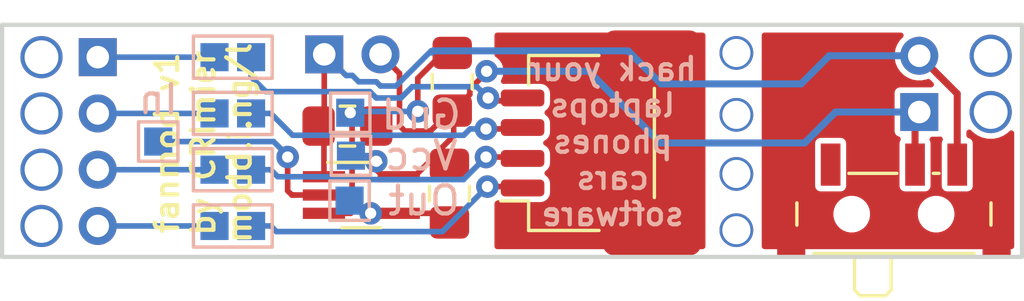
<source format=kicad_pcb>
(kicad_pcb (version 20171130) (host pcbnew 5.1.5+dfsg1-2build2)

  (general
    (thickness 1.6)
    (drawings 10)
    (tracks 130)
    (zones 0)
    (modules 21)
    (nets 17)
  )

  (page A4)
  (layers
    (0 F.Cu signal)
    (31 B.Cu signal)
    (32 B.Adhes user)
    (33 F.Adhes user)
    (34 B.Paste user)
    (35 F.Paste user)
    (36 B.SilkS user)
    (37 F.SilkS user)
    (38 B.Mask user)
    (39 F.Mask user)
    (40 Dwgs.User user)
    (41 Cmts.User user)
    (42 Eco1.User user)
    (43 Eco2.User user)
    (44 Edge.Cuts user)
    (45 Margin user)
    (46 B.CrtYd user hide)
    (47 F.CrtYd user hide)
    (48 B.Fab user hide)
    (49 F.Fab user hide)
  )

  (setup
    (last_trace_width 0.25)
    (user_trace_width 0.2)
    (trace_clearance 0.15)
    (zone_clearance 0.2)
    (zone_45_only no)
    (trace_min 0.2)
    (via_size 0.8)
    (via_drill 0.4)
    (via_min_size 0.4)
    (via_min_drill 0.3)
    (uvia_size 0.3)
    (uvia_drill 0.1)
    (uvias_allowed no)
    (uvia_min_size 0.2)
    (uvia_min_drill 0.1)
    (edge_width 0.15)
    (segment_width 0.2)
    (pcb_text_width 0.3)
    (pcb_text_size 1.5 1.5)
    (mod_edge_width 0.15)
    (mod_text_size 1 1)
    (mod_text_width 0.15)
    (pad_size 1.5 0.35)
    (pad_drill 0)
    (pad_to_mask_clearance 0.051)
    (solder_mask_min_width 0.25)
    (aux_axis_origin 166.75 83.5)
    (visible_elements 7FFFFFFF)
    (pcbplotparams
      (layerselection 0x010fc_ffffffff)
      (usegerberextensions true)
      (usegerberattributes false)
      (usegerberadvancedattributes false)
      (creategerberjobfile false)
      (excludeedgelayer false)
      (linewidth 0.100000)
      (plotframeref false)
      (viasonmask false)
      (mode 1)
      (useauxorigin true)
      (hpglpennumber 1)
      (hpglpenspeed 20)
      (hpglpendiameter 15.000000)
      (psnegative false)
      (psa4output false)
      (plotreference true)
      (plotvalue true)
      (plotinvisibletext false)
      (padsonsilk false)
      (subtractmaskfromsilk true)
      (outputformat 1)
      (mirror false)
      (drillshape 0)
      (scaleselection 1)
      (outputdirectory "gerbers/"))
  )

  (net 0 "")
  (net 1 VCC)
  (net 2 GND)
  (net 3 "Net-(J1-Pad1)")
  (net 4 "Net-(J1-Pad3)")
  (net 5 "Net-(J2-Pad1)")
  (net 6 "Net-(J1-Pad4)")
  (net 7 "Net-(J1-Pad2)")
  (net 8 "Net-(J2-Pad4)")
  (net 9 "Net-(J2-Pad3)")
  (net 10 "Net-(J2-Pad2)")
  (net 11 PWM_DIS)
  (net 12 PWM_IN)
  (net 13 PWM_OUT)
  (net 14 "Net-(SW1-Pad1)")
  (net 15 SHD1)
  (net 16 SHD2)

  (net_class Default "This is the default net class."
    (clearance 0.15)
    (trace_width 0.25)
    (via_dia 0.8)
    (via_drill 0.4)
    (uvia_dia 0.3)
    (uvia_drill 0.1)
    (add_net GND)
    (add_net "Net-(J1-Pad1)")
    (add_net "Net-(J1-Pad2)")
    (add_net "Net-(J1-Pad3)")
    (add_net "Net-(J1-Pad4)")
    (add_net "Net-(J2-Pad1)")
    (add_net "Net-(J2-Pad2)")
    (add_net "Net-(J2-Pad3)")
    (add_net "Net-(J2-Pad4)")
    (add_net "Net-(SW1-Pad1)")
    (add_net PWM_DIS)
    (add_net PWM_IN)
    (add_net PWM_OUT)
    (add_net SHD1)
    (add_net SHD2)
    (add_net VCC)
  )

  (module Connector_JST:JST_SH_SM04B-SRSS-TB_1x04-1MP_P1.00mm_Horizontal (layer F.Cu) (tedit 5FF441F1) (tstamp 5FD09E58)
    (at 151 87.7 90)
    (descr "JST SH series connector, SM04B-SRSS-TB (http://www.jst-mfg.com/product/pdf/eng/eSH.pdf), generated with kicad-footprint-generator")
    (tags "connector JST SH top entry")
    (path /5FD0460C)
    (attr smd)
    (fp_text reference J2 (at 0 -3.98 90) (layer F.SilkS) hide
      (effects (font (size 1 1) (thickness 0.15)))
    )
    (fp_text value OUT (at 0 3.98 90) (layer F.Fab)
      (effects (font (size 1 1) (thickness 0.15)))
    )
    (fp_text user %R (at 0 0 90) (layer F.Fab)
      (effects (font (size 1 1) (thickness 0.15)))
    )
    (fp_line (start -1.5 -0.967893) (end -1 -1.675) (layer F.Fab) (width 0.1))
    (fp_line (start -2 -1.675) (end -1.5 -0.967893) (layer F.Fab) (width 0.1))
    (fp_line (start 3.9 -3.28) (end -3.9 -3.28) (layer F.CrtYd) (width 0.05))
    (fp_line (start 3.9 3.28) (end 3.9 -3.28) (layer F.CrtYd) (width 0.05))
    (fp_line (start -3.9 3.28) (end 3.9 3.28) (layer F.CrtYd) (width 0.05))
    (fp_line (start -3.9 -3.28) (end -3.9 3.28) (layer F.CrtYd) (width 0.05))
    (fp_line (start 3 -1.675) (end 3 2.575) (layer F.Fab) (width 0.1))
    (fp_line (start -3 -1.675) (end -3 2.575) (layer F.Fab) (width 0.1))
    (fp_line (start -3 2.575) (end 3 2.575) (layer F.Fab) (width 0.1))
    (fp_line (start -1.94 2.685) (end 1.94 2.685) (layer F.SilkS) (width 0.12))
    (fp_line (start 3.11 -1.785) (end 2.06 -1.785) (layer F.SilkS) (width 0.12))
    (fp_line (start 3.11 0.715) (end 3.11 -1.785) (layer F.SilkS) (width 0.12))
    (fp_line (start -2.06 -1.785) (end -2.06 -2.775) (layer F.SilkS) (width 0.12))
    (fp_line (start -3.11 -1.785) (end -2.06 -1.785) (layer F.SilkS) (width 0.12))
    (fp_line (start -3.11 0.715) (end -3.11 -1.785) (layer F.SilkS) (width 0.12))
    (fp_line (start -3 -1.675) (end 3 -1.675) (layer F.Fab) (width 0.1))
    (pad MP smd roundrect (at 3 2.6 90) (size 2 3.5) (layers F.Cu F.Paste F.Mask) (roundrect_rratio 0.208)
      (net 15 SHD1))
    (pad MP smd roundrect (at -3 2.6 90) (size 2 3.5) (layers F.Cu F.Paste F.Mask) (roundrect_rratio 0.208)
      (net 15 SHD1))
    (pad 4 smd roundrect (at 1.6 -2 90) (size 0.6 1.55) (layers F.Cu F.Paste F.Mask) (roundrect_rratio 0.25)
      (net 8 "Net-(J2-Pad4)"))
    (pad 3 smd roundrect (at 0.55 -2 90) (size 0.6 1.55) (layers F.Cu F.Paste F.Mask) (roundrect_rratio 0.25)
      (net 9 "Net-(J2-Pad3)"))
    (pad 2 smd roundrect (at -0.55 -2 90) (size 0.6 1.55) (layers F.Cu F.Paste F.Mask) (roundrect_rratio 0.25)
      (net 10 "Net-(J2-Pad2)"))
    (pad 1 smd roundrect (at -1.6 -2 90) (size 0.6 1.55) (layers F.Cu F.Paste F.Mask) (roundrect_rratio 0.25)
      (net 5 "Net-(J2-Pad1)"))
    (model ${KISYS3DMOD}/Connector_JST.3dshapes/JST_SH_SM04B-SRSS-TB_1x04-1MP_P1.00mm_Horizontal.wrl
      (at (xyz 0 0 0))
      (scale (xyz 1 1 1))
      (rotate (xyz 0 0 0))
    )
  )

  (module fan_pwm_disconnecter:MountingHole_2mm (layer F.Cu) (tedit 5FF3ABCB) (tstamp 5FF6C4E3)
    (at 156.6 84.5)
    (descr "Mounting Hole 2mm, no annular")
    (tags "mounting hole 2mm no annular")
    (path /60604D6A)
    (attr virtual)
    (fp_text reference H1 (at 0 -3.2) (layer F.SilkS) hide
      (effects (font (size 1 1) (thickness 0.15)))
    )
    (fp_text value MountingHole (at 0 3.1) (layer F.Fab)
      (effects (font (size 1 1) (thickness 0.15)))
    )
    (fp_text user %R (at 0.3 0) (layer F.Fab)
      (effects (font (size 1 1) (thickness 0.15)))
    )
    (pad "" np_thru_hole circle (at 0 0) (size 1.2 1.2) (drill 1) (layers *.Cu *.Mask))
  )

  (module fan_pwm_disconnecter:MountingHole_2mm (layer F.Cu) (tedit 5FF3ABCB) (tstamp 5FF6C4FB)
    (at 156.6 88.8)
    (descr "Mounting Hole 2mm, no annular")
    (tags "mounting hole 2mm no annular")
    (path /6060A5CA)
    (attr virtual)
    (fp_text reference H4 (at 0 -3.2) (layer F.SilkS) hide
      (effects (font (size 1 1) (thickness 0.15)))
    )
    (fp_text value MountingHole (at 0 3.1) (layer F.Fab)
      (effects (font (size 1 1) (thickness 0.15)))
    )
    (fp_text user %R (at 0.3 0) (layer F.Fab)
      (effects (font (size 1 1) (thickness 0.15)))
    )
    (pad "" np_thru_hole circle (at 0 0) (size 1.2 1.2) (drill 1) (layers *.Cu *.Mask))
  )

  (module fan_pwm_disconnecter:MountingHole_2mm (layer F.Cu) (tedit 5FF3ABCB) (tstamp 5FF6C4F3)
    (at 156.6 86.7)
    (descr "Mounting Hole 2mm, no annular")
    (tags "mounting hole 2mm no annular")
    (path /6060A5C4)
    (attr virtual)
    (fp_text reference H3 (at 0 -3.2) (layer F.SilkS) hide
      (effects (font (size 1 1) (thickness 0.15)))
    )
    (fp_text value MountingHole (at 0 3.1) (layer F.Fab)
      (effects (font (size 1 1) (thickness 0.15)))
    )
    (fp_text user %R (at 0.3 0) (layer F.Fab)
      (effects (font (size 1 1) (thickness 0.15)))
    )
    (pad "" np_thru_hole circle (at 0 0) (size 1.2 1.2) (drill 1) (layers *.Cu *.Mask))
  )

  (module fan_pwm_disconnecter:MountingHole_2mm (layer F.Cu) (tedit 5FF3ABCB) (tstamp 5FF6C4EB)
    (at 156.6 90.8)
    (descr "Mounting Hole 2mm, no annular")
    (tags "mounting hole 2mm no annular")
    (path /60605129)
    (attr virtual)
    (fp_text reference H2 (at 0 -3.2) (layer F.SilkS) hide
      (effects (font (size 1 1) (thickness 0.15)))
    )
    (fp_text value MountingHole (at 0 3.1) (layer F.Fab)
      (effects (font (size 1 1) (thickness 0.15)))
    )
    (fp_text user %R (at 0.3 0) (layer F.Fab)
      (effects (font (size 1 1) (thickness 0.15)))
    )
    (pad "" np_thru_hole circle (at 0 0) (size 1.2 1.2) (drill 1) (layers *.Cu *.Mask))
  )

  (module Button_Switch_SMD:SW_SPDT_PCM12 (layer F.Cu) (tedit 5FF3AB4E) (tstamp 5FF6ACF8)
    (at 162.2 89.9)
    (descr "Ultraminiature Surface Mount Slide Switch, right-angle, https://www.ckswitches.com/media/1424/pcm.pdf")
    (path /605D76B1)
    (attr smd)
    (fp_text reference SW1 (at 0 -3.2) (layer F.SilkS) hide
      (effects (font (size 1 1) (thickness 0.15)))
    )
    (fp_text value SW_SPST (at 0 4.25) (layer F.Fab)
      (effects (font (size 1 1) (thickness 0.15)))
    )
    (fp_line (start 3.45 0.72) (end 3.45 -0.07) (layer F.SilkS) (width 0.12))
    (fp_line (start -3.45 -0.07) (end -3.45 0.72) (layer F.SilkS) (width 0.12))
    (fp_line (start -1.6 -1.12) (end 0.1 -1.12) (layer F.SilkS) (width 0.12))
    (fp_line (start -2.85 1.73) (end 2.85 1.73) (layer F.SilkS) (width 0.12))
    (fp_line (start -0.1 3.02) (end -0.1 1.73) (layer F.SilkS) (width 0.12))
    (fp_line (start -1.2 3.23) (end -0.3 3.23) (layer F.SilkS) (width 0.12))
    (fp_line (start -1.4 1.73) (end -1.4 3.02) (layer F.SilkS) (width 0.12))
    (fp_line (start -0.1 3.02) (end -0.3 3.23) (layer F.SilkS) (width 0.12))
    (fp_line (start -1.4 3.02) (end -1.2 3.23) (layer F.SilkS) (width 0.12))
    (fp_line (start -4.4 2.1) (end -4.4 -2.45) (layer F.CrtYd) (width 0.05))
    (fp_line (start -1.65 2.1) (end -4.4 2.1) (layer F.CrtYd) (width 0.05))
    (fp_line (start -1.65 3.4) (end -1.65 2.1) (layer F.CrtYd) (width 0.05))
    (fp_line (start 1.65 3.4) (end -1.65 3.4) (layer F.CrtYd) (width 0.05))
    (fp_line (start 1.65 2.1) (end 1.65 3.4) (layer F.CrtYd) (width 0.05))
    (fp_line (start 4.4 2.1) (end 1.65 2.1) (layer F.CrtYd) (width 0.05))
    (fp_line (start 4.4 -2.45) (end 4.4 2.1) (layer F.CrtYd) (width 0.05))
    (fp_line (start -4.4 -2.45) (end 4.4 -2.45) (layer F.CrtYd) (width 0.05))
    (fp_line (start 1.4 -1.12) (end 1.6 -1.12) (layer F.SilkS) (width 0.12))
    (fp_line (start 3.35 -1) (end -3.35 -1) (layer F.Fab) (width 0.1))
    (fp_line (start 3.35 1.6) (end 3.35 -1) (layer F.Fab) (width 0.1))
    (fp_line (start -3.35 1.6) (end 3.35 1.6) (layer F.Fab) (width 0.1))
    (fp_line (start -3.35 -1) (end -3.35 1.6) (layer F.Fab) (width 0.1))
    (fp_line (start -0.1 2.9) (end -0.1 1.6) (layer F.Fab) (width 0.1))
    (fp_line (start -0.15 2.95) (end -0.1 2.9) (layer F.Fab) (width 0.1))
    (fp_line (start -0.35 3.15) (end -0.15 2.95) (layer F.Fab) (width 0.1))
    (fp_line (start -1.2 3.15) (end -0.35 3.15) (layer F.Fab) (width 0.1))
    (fp_line (start -1.4 2.95) (end -1.2 3.15) (layer F.Fab) (width 0.1))
    (fp_line (start -1.4 1.65) (end -1.4 2.95) (layer F.Fab) (width 0.1))
    (fp_text user %R (at 0 -3.2) (layer F.Fab)
      (effects (font (size 1 1) (thickness 0.15)))
    )
    (pad 4 smd rect (at -3.65 -0.78) (size 1 0.8) (layers F.Cu F.Paste F.Mask)
      (net 16 SHD2))
    (pad 4 smd rect (at 3.65 -0.78) (size 1 0.8) (layers F.Cu F.Paste F.Mask)
      (net 16 SHD2))
    (pad 4 smd rect (at 3.65 1.43) (size 1 0.8) (layers F.Cu F.Paste F.Mask)
      (net 16 SHD2))
    (pad 4 smd rect (at -3.65 1.43) (size 1 0.8) (layers F.Cu F.Paste F.Mask)
      (net 16 SHD2))
    (pad 3 smd rect (at 2.25 -1.43) (size 0.7 1.5) (layers F.Cu F.Paste F.Mask)
      (net 11 PWM_DIS))
    (pad 2 smd rect (at 0.75 -1.43) (size 0.7 1.5) (layers F.Cu F.Paste F.Mask)
      (net 1 VCC))
    (pad 1 smd rect (at -2.25 -1.43) (size 0.7 1.5) (layers F.Cu F.Paste F.Mask)
      (net 14 "Net-(SW1-Pad1)"))
    (pad "" np_thru_hole circle (at 1.5 0.33) (size 0.9 0.9) (drill 0.9) (layers *.Cu *.Mask))
    (pad "" np_thru_hole circle (at -1.5 0.33) (size 0.9 0.9) (drill 0.9) (layers *.Cu *.Mask))
    (model ${KISYS3DMOD}/Button_Switch_SMD.3dshapes/SW_SPDT_PCM12.wrl
      (at (xyz 0 0 0))
      (scale (xyz 1 1 1))
      (rotate (xyz 0 0 0))
    )
  )

  (module Connector_PinHeader_2.00mm:PinHeader_1x04_P2.00mm_Vertical (layer F.Cu) (tedit 5FF3A803) (tstamp 5FF6A1D6)
    (at 163.1 86.6 180)
    (descr "Through hole straight pin header, 1x04, 2.00mm pitch, single row")
    (tags "Through hole pin header THT 1x04 2.00mm single row")
    (path /605D7D29)
    (fp_text reference J4 (at 0 -2.06) (layer F.SilkS) hide
      (effects (font (size 1 1) (thickness 0.15)))
    )
    (fp_text value SW (at 0 8.06) (layer F.Fab)
      (effects (font (size 1 1) (thickness 0.15)))
    )
    (fp_text user %R (at 0 3 90) (layer F.Fab)
      (effects (font (size 1 1) (thickness 0.15)))
    )
    (pad "" np_thru_hole oval (at -2.54 2 180) (size 1.5 1.5) (drill 1.2) (layers *.Cu *.Mask))
    (pad "" np_thru_hole oval (at -2.54 0 180) (size 1.5 1.5) (drill 1.2) (layers *.Cu *.Mask))
    (pad 2 thru_hole oval (at 0 2 180) (size 1.35 1.35) (drill 0.8) (layers *.Cu *.Mask)
      (net 11 PWM_DIS))
    (pad 1 thru_hole rect (at 0 0 180) (size 1.35 1.35) (drill 0.8) (layers *.Cu *.Mask)
      (net 1 VCC))
  )

  (module Resistor_SMD:R_0805_2012Metric_Pad1.15x1.40mm_HandSolder (layer F.Cu) (tedit 5B36C52B) (tstamp 5FF6A26F)
    (at 146.4 89.5 270)
    (descr "Resistor SMD 0805 (2012 Metric), square (rectangular) end terminal, IPC_7351 nominal with elongated pad for handsoldering. (Body size source: https://docs.google.com/spreadsheets/d/1BsfQQcO9C6DZCsRaXUlFlo91Tg2WpOkGARC1WS5S8t0/edit?usp=sharing), generated with kicad-footprint-generator")
    (tags "resistor handsolder")
    (path /5FF3498F)
    (attr smd)
    (fp_text reference R2 (at 0 -1.65 90) (layer F.SilkS) hide
      (effects (font (size 1 1) (thickness 0.15)))
    )
    (fp_text value 10K (at 0 1.65 90) (layer F.Fab)
      (effects (font (size 1 1) (thickness 0.15)))
    )
    (fp_text user %R (at 0 0 90) (layer F.Fab)
      (effects (font (size 0.5 0.5) (thickness 0.08)))
    )
    (fp_line (start 1.85 0.95) (end -1.85 0.95) (layer F.CrtYd) (width 0.05))
    (fp_line (start 1.85 -0.95) (end 1.85 0.95) (layer F.CrtYd) (width 0.05))
    (fp_line (start -1.85 -0.95) (end 1.85 -0.95) (layer F.CrtYd) (width 0.05))
    (fp_line (start -1.85 0.95) (end -1.85 -0.95) (layer F.CrtYd) (width 0.05))
    (fp_line (start -0.261252 0.71) (end 0.261252 0.71) (layer F.SilkS) (width 0.12))
    (fp_line (start -0.261252 -0.71) (end 0.261252 -0.71) (layer F.SilkS) (width 0.12))
    (fp_line (start 1 0.6) (end -1 0.6) (layer F.Fab) (width 0.1))
    (fp_line (start 1 -0.6) (end 1 0.6) (layer F.Fab) (width 0.1))
    (fp_line (start -1 -0.6) (end 1 -0.6) (layer F.Fab) (width 0.1))
    (fp_line (start -1 0.6) (end -1 -0.6) (layer F.Fab) (width 0.1))
    (pad 2 smd roundrect (at 1.025 0 270) (size 1.15 1.4) (layers F.Cu F.Paste F.Mask) (roundrect_rratio 0.217391)
      (net 13 PWM_OUT))
    (pad 1 smd roundrect (at -1.025 0 270) (size 1.15 1.4) (layers F.Cu F.Paste F.Mask) (roundrect_rratio 0.217391)
      (net 1 VCC))
    (model ${KISYS3DMOD}/Resistor_SMD.3dshapes/R_0805_2012Metric.wrl
      (at (xyz 0 0 0))
      (scale (xyz 1 1 1))
      (rotate (xyz 0 0 0))
    )
  )

  (module Connector_PinHeader_2.00mm:PinHeader_1x02_P2.00mm_Vertical (layer F.Cu) (tedit 5FD04C00) (tstamp 5FD09E6E)
    (at 141.95 84.55 90)
    (descr "Through hole straight pin header, 1x02, 2.00mm pitch, single row")
    (tags "Through hole pin header THT 1x02 2.00mm single row")
    (path /5FD06E10)
    (fp_text reference J3 (at 0 -2.06 90) (layer F.SilkS) hide
      (effects (font (size 1 1) (thickness 0.15)))
    )
    (fp_text value EN (at 0 4.06 90) (layer F.Fab)
      (effects (font (size 1 1) (thickness 0.15)))
    )
    (fp_text user %R (at 0 1 180) (layer F.Fab)
      (effects (font (size 1 1) (thickness 0.15)))
    )
    (fp_line (start 1.5 -1.5) (end -1.5 -1.5) (layer F.CrtYd) (width 0.05))
    (fp_line (start 1.5 3.5) (end 1.5 -1.5) (layer F.CrtYd) (width 0.05))
    (fp_line (start -1.5 3.5) (end 1.5 3.5) (layer F.CrtYd) (width 0.05))
    (fp_line (start -1.5 -1.5) (end -1.5 3.5) (layer F.CrtYd) (width 0.05))
    (fp_line (start -1 -0.5) (end -0.5 -1) (layer F.Fab) (width 0.1))
    (fp_line (start -1 3) (end -1 -0.5) (layer F.Fab) (width 0.1))
    (fp_line (start 1 3) (end -1 3) (layer F.Fab) (width 0.1))
    (fp_line (start 1 -1) (end 1 3) (layer F.Fab) (width 0.1))
    (fp_line (start -0.5 -1) (end 1 -1) (layer F.Fab) (width 0.1))
    (pad 2 thru_hole oval (at 0 2 90) (size 1.35 1.35) (drill 0.8) (layers *.Cu *.Mask)
      (net 1 VCC))
    (pad 1 thru_hole rect (at 0 0 90) (size 1.35 1.35) (drill 0.8) (layers *.Cu *.Mask)
      (net 11 PWM_DIS))
  )

  (module Connector_PinHeader_2.00mm:PinHeader_1x04_P2.00mm_Vertical (layer F.Cu) (tedit 5FD04BEA) (tstamp 5FD09E3D)
    (at 133.9 84.65)
    (descr "Through hole straight pin header, 1x04, 2.00mm pitch, single row")
    (tags "Through hole pin header THT 1x04 2.00mm single row")
    (path /5FD09633)
    (fp_text reference J1 (at 0 -2.06) (layer F.SilkS) hide
      (effects (font (size 1 1) (thickness 0.15)))
    )
    (fp_text value IN (at 0 8.06) (layer F.Fab)
      (effects (font (size 1 1) (thickness 0.15)))
    )
    (fp_text user %R (at 0 3 90) (layer F.Fab)
      (effects (font (size 1 1) (thickness 0.15)))
    )
    (fp_line (start 1.5 -1.5) (end -1.5 -1.5) (layer F.CrtYd) (width 0.05))
    (fp_line (start 1.5 7.5) (end 1.5 -1.5) (layer F.CrtYd) (width 0.05))
    (fp_line (start -1.5 7.5) (end 1.5 7.5) (layer F.CrtYd) (width 0.05))
    (fp_line (start -1.5 -1.5) (end -1.5 7.5) (layer F.CrtYd) (width 0.05))
    (fp_line (start -1 -0.5) (end -0.5 -1) (layer F.Fab) (width 0.1))
    (fp_line (start -1 7) (end -1 -0.5) (layer F.Fab) (width 0.1))
    (fp_line (start 1 7) (end -1 7) (layer F.Fab) (width 0.1))
    (fp_line (start 1 -1) (end 1 7) (layer F.Fab) (width 0.1))
    (fp_line (start -0.5 -1) (end 1 -1) (layer F.Fab) (width 0.1))
    (pad 4 thru_hole oval (at 0 6) (size 1.35 1.35) (drill 0.8) (layers *.Cu *.Mask)
      (net 6 "Net-(J1-Pad4)"))
    (pad 3 thru_hole oval (at 0 4) (size 1.35 1.35) (drill 0.8) (layers *.Cu *.Mask)
      (net 4 "Net-(J1-Pad3)"))
    (pad 2 thru_hole oval (at 0 2) (size 1.35 1.35) (drill 0.8) (layers *.Cu *.Mask)
      (net 7 "Net-(J1-Pad2)"))
    (pad 1 thru_hole rect (at 0 0) (size 1.35 1.35) (drill 0.8) (layers *.Cu *.Mask)
      (net 3 "Net-(J1-Pad1)"))
    (pad "" np_thru_hole circle (at -2 0) (size 1.5 1.5) (drill 1.2) (layers *.Cu *.Mask))
    (pad "" np_thru_hole circle (at -2 2) (size 1.5 1.5) (drill 1.2) (layers *.Cu *.Mask))
    (pad "" np_thru_hole circle (at -2 4) (size 1.5 1.5) (drill 1.2) (layers *.Cu *.Mask))
    (pad "" np_thru_hole circle (at -2 6) (size 1.5 1.5) (drill 1.2) (layers *.Cu *.Mask))
  )

  (module fan_pwm_disconnecter:SolderJumper-2_P1.3mm_Open_Pad1.0x1.0mm (layer B.Cu) (tedit 5FD044BD) (tstamp 5FD09EA6)
    (at 138.7 90.65)
    (descr "SMD Solder Jumper, 1x1.5mm Pads, 0.3mm gap, open")
    (tags "solder jumper open")
    (path /5FD0ED92)
    (attr virtual)
    (fp_text reference JP4 (at 0 1.8) (layer B.SilkS) hide
      (effects (font (size 1 1) (thickness 0.15)) (justify mirror))
    )
    (fp_text value NO (at 0 -1.9) (layer B.Fab)
      (effects (font (size 1 1) (thickness 0.15)) (justify mirror))
    )
    (fp_line (start 1.65 -1) (end -1.65 -1) (layer B.CrtYd) (width 0.05))
    (fp_line (start 1.65 -1) (end 1.65 0.975) (layer B.CrtYd) (width 0.05))
    (fp_line (start -1.65 0.975) (end -1.65 -1) (layer B.CrtYd) (width 0.05))
    (fp_line (start -1.65 0.975) (end 1.65 0.975) (layer B.CrtYd) (width 0.05))
    (fp_line (start -1.4 0.75) (end 1.4 0.75) (layer B.SilkS) (width 0.12))
    (fp_line (start 1.4 0.75) (end 1.4 -0.75) (layer B.SilkS) (width 0.12))
    (fp_line (start 1.4 -0.75) (end -1.4 -0.75) (layer B.SilkS) (width 0.12))
    (fp_line (start -1.4 -0.75) (end -1.4 0.75) (layer B.SilkS) (width 0.12))
    (pad 1 smd rect (at -0.65 0) (size 1 1) (layers B.Cu B.Mask)
      (net 6 "Net-(J1-Pad4)"))
    (pad 2 smd rect (at 0.65 0) (size 1 1) (layers B.Cu B.Mask)
      (net 5 "Net-(J2-Pad1)"))
  )

  (module fan_pwm_disconnecter:SolderJumper-2_P1.3mm_Open_Pad1.0x1.0mm (layer B.Cu) (tedit 5FD044BD) (tstamp 5FD09E98)
    (at 138.7 88.65)
    (descr "SMD Solder Jumper, 1x1.5mm Pads, 0.3mm gap, open")
    (tags "solder jumper open")
    (path /5FD0EA66)
    (attr virtual)
    (fp_text reference JP3 (at 0 1.8) (layer B.SilkS) hide
      (effects (font (size 1 1) (thickness 0.15)) (justify mirror))
    )
    (fp_text value NO (at 0 -1.9) (layer B.Fab)
      (effects (font (size 1 1) (thickness 0.15)) (justify mirror))
    )
    (fp_line (start 1.65 -1) (end -1.65 -1) (layer B.CrtYd) (width 0.05))
    (fp_line (start 1.65 -1) (end 1.65 0.975) (layer B.CrtYd) (width 0.05))
    (fp_line (start -1.65 0.975) (end -1.65 -1) (layer B.CrtYd) (width 0.05))
    (fp_line (start -1.65 0.975) (end 1.65 0.975) (layer B.CrtYd) (width 0.05))
    (fp_line (start -1.4 0.75) (end 1.4 0.75) (layer B.SilkS) (width 0.12))
    (fp_line (start 1.4 0.75) (end 1.4 -0.75) (layer B.SilkS) (width 0.12))
    (fp_line (start 1.4 -0.75) (end -1.4 -0.75) (layer B.SilkS) (width 0.12))
    (fp_line (start -1.4 -0.75) (end -1.4 0.75) (layer B.SilkS) (width 0.12))
    (pad 1 smd rect (at -0.65 0) (size 1 1) (layers B.Cu B.Mask)
      (net 4 "Net-(J1-Pad3)"))
    (pad 2 smd rect (at 0.65 0) (size 1 1) (layers B.Cu B.Mask)
      (net 10 "Net-(J2-Pad2)"))
  )

  (module fan_pwm_disconnecter:SolderJumper-2_P1.3mm_Open_Pad1.0x1.0mm (layer B.Cu) (tedit 5FD044BD) (tstamp 5FD0AB01)
    (at 138.7 86.65)
    (descr "SMD Solder Jumper, 1x1.5mm Pads, 0.3mm gap, open")
    (tags "solder jumper open")
    (path /5FD0E74C)
    (attr virtual)
    (fp_text reference JP2 (at 0 1.8) (layer B.SilkS) hide
      (effects (font (size 1 1) (thickness 0.15)) (justify mirror))
    )
    (fp_text value NO (at 0 -1.9) (layer B.Fab)
      (effects (font (size 1 1) (thickness 0.15)) (justify mirror))
    )
    (fp_line (start 1.65 -1) (end -1.65 -1) (layer B.CrtYd) (width 0.05))
    (fp_line (start 1.65 -1) (end 1.65 0.975) (layer B.CrtYd) (width 0.05))
    (fp_line (start -1.65 0.975) (end -1.65 -1) (layer B.CrtYd) (width 0.05))
    (fp_line (start -1.65 0.975) (end 1.65 0.975) (layer B.CrtYd) (width 0.05))
    (fp_line (start -1.4 0.75) (end 1.4 0.75) (layer B.SilkS) (width 0.12))
    (fp_line (start 1.4 0.75) (end 1.4 -0.75) (layer B.SilkS) (width 0.12))
    (fp_line (start 1.4 -0.75) (end -1.4 -0.75) (layer B.SilkS) (width 0.12))
    (fp_line (start -1.4 -0.75) (end -1.4 0.75) (layer B.SilkS) (width 0.12))
    (pad 1 smd rect (at -0.65 0) (size 1 1) (layers B.Cu B.Mask)
      (net 7 "Net-(J1-Pad2)"))
    (pad 2 smd rect (at 0.65 0) (size 1 1) (layers B.Cu B.Mask)
      (net 9 "Net-(J2-Pad3)"))
  )

  (module fan_pwm_disconnecter:SolderJumper-2_P1.3mm_Open_Pad1.0x1.0mm (layer B.Cu) (tedit 5FD044BD) (tstamp 5FD09E7C)
    (at 138.7 84.65)
    (descr "SMD Solder Jumper, 1x1.5mm Pads, 0.3mm gap, open")
    (tags "solder jumper open")
    (path /5FD0DF8F)
    (attr virtual)
    (fp_text reference JP1 (at 0 1.8) (layer B.SilkS) hide
      (effects (font (size 1 1) (thickness 0.15)) (justify mirror))
    )
    (fp_text value NO (at 0 -1.9) (layer B.Fab)
      (effects (font (size 1 1) (thickness 0.15)) (justify mirror))
    )
    (fp_line (start 1.65 -1) (end -1.65 -1) (layer B.CrtYd) (width 0.05))
    (fp_line (start 1.65 -1) (end 1.65 0.975) (layer B.CrtYd) (width 0.05))
    (fp_line (start -1.65 0.975) (end -1.65 -1) (layer B.CrtYd) (width 0.05))
    (fp_line (start -1.65 0.975) (end 1.65 0.975) (layer B.CrtYd) (width 0.05))
    (fp_line (start -1.4 0.75) (end 1.4 0.75) (layer B.SilkS) (width 0.12))
    (fp_line (start 1.4 0.75) (end 1.4 -0.75) (layer B.SilkS) (width 0.12))
    (fp_line (start 1.4 -0.75) (end -1.4 -0.75) (layer B.SilkS) (width 0.12))
    (fp_line (start -1.4 -0.75) (end -1.4 0.75) (layer B.SilkS) (width 0.12))
    (pad 1 smd rect (at -0.65 0) (size 1 1) (layers B.Cu B.Mask)
      (net 3 "Net-(J1-Pad1)"))
    (pad 2 smd rect (at 0.65 0) (size 1 1) (layers B.Cu B.Mask)
      (net 8 "Net-(J2-Pad4)"))
  )

  (module Package_TO_SOT_SMD:SOT-353_SC-70-5_Handsoldering (layer F.Cu) (tedit 5C9ED275) (tstamp 5FD0A2FC)
    (at 143.27 89.55)
    (descr "SOT-353, SC-70-5, Handsoldering")
    (tags "SOT-353 SC-70-5 Handsoldering")
    (path /5DCB313E)
    (attr smd)
    (fp_text reference U1 (at 0 -2) (layer F.SilkS) hide
      (effects (font (size 1 1) (thickness 0.15)))
    )
    (fp_text value 74AHC1G125 (at 0 2 180) (layer F.Fab)
      (effects (font (size 1 1) (thickness 0.15)))
    )
    (fp_line (start -0.175 -1.1) (end -0.675 -0.6) (layer F.Fab) (width 0.1))
    (fp_line (start 0.675 1.1) (end -0.675 1.1) (layer F.Fab) (width 0.1))
    (fp_line (start 0.675 -1.1) (end 0.675 1.1) (layer F.Fab) (width 0.1))
    (fp_line (start -2.4 1.4) (end 2.4 1.4) (layer F.CrtYd) (width 0.05))
    (fp_line (start -0.675 -0.6) (end -0.675 1.1) (layer F.Fab) (width 0.1))
    (fp_line (start 0.675 -1.1) (end -0.175 -1.1) (layer F.Fab) (width 0.1))
    (fp_line (start -2.4 -1.4) (end 2.4 -1.4) (layer F.CrtYd) (width 0.05))
    (fp_line (start -2.4 -1.4) (end -2.4 1.4) (layer F.CrtYd) (width 0.05))
    (fp_line (start 2.4 1.4) (end 2.4 -1.4) (layer F.CrtYd) (width 0.05))
    (fp_line (start -0.7 1.16) (end 0.7 1.16) (layer F.SilkS) (width 0.12))
    (fp_line (start 0.7 -1.16) (end -1.2 -1.16) (layer F.SilkS) (width 0.12))
    (fp_text user %R (at 0 0 90) (layer F.Fab)
      (effects (font (size 0.5 0.5) (thickness 0.075)))
    )
    (pad 5 smd rect (at 1.33 -0.65) (size 1.5 0.4) (layers F.Cu F.Paste F.Mask)
      (net 1 VCC))
    (pad 4 smd rect (at 1.33 0.65) (size 1.5 0.4) (layers F.Cu F.Paste F.Mask)
      (net 13 PWM_OUT))
    (pad 3 smd rect (at -1.33 0.65) (size 1.5 0.4) (layers F.Cu F.Paste F.Mask)
      (net 2 GND))
    (pad 2 smd rect (at -1.33 0) (size 1.5 0.4) (layers F.Cu F.Paste F.Mask)
      (net 12 PWM_IN))
    (pad 1 smd rect (at -1.33 -0.65) (size 1.5 0.4) (layers F.Cu F.Paste F.Mask)
      (net 11 PWM_DIS))
    (model ${KISYS3DMOD}/Package_TO_SOT_SMD.3dshapes/SOT-353_SC-70-5.wrl
      (at (xyz 0 0 0))
      (scale (xyz 1 1 1))
      (rotate (xyz 0 0 0))
    )
  )

  (module Resistor_SMD:R_0805_2012Metric_Pad1.15x1.40mm_HandSolder (layer F.Cu) (tedit 5B36C52B) (tstamp 5FD0ADDC)
    (at 142.775 87.1 180)
    (descr "Resistor SMD 0805 (2012 Metric), square (rectangular) end terminal, IPC_7351 nominal with elongated pad for handsoldering. (Body size source: https://docs.google.com/spreadsheets/d/1BsfQQcO9C6DZCsRaXUlFlo91Tg2WpOkGARC1WS5S8t0/edit?usp=sharing), generated with kicad-footprint-generator")
    (tags "resistor handsolder")
    (path /5DCB372C)
    (attr smd)
    (fp_text reference R1 (at 0 -1.65) (layer F.SilkS) hide
      (effects (font (size 1 1) (thickness 0.15)))
    )
    (fp_text value 10K (at 0 1.65) (layer F.Fab)
      (effects (font (size 1 1) (thickness 0.15)))
    )
    (fp_text user %R (at 0 0) (layer F.Fab)
      (effects (font (size 0.5 0.5) (thickness 0.08)))
    )
    (fp_line (start 1.85 0.95) (end -1.85 0.95) (layer F.CrtYd) (width 0.05))
    (fp_line (start 1.85 -0.95) (end 1.85 0.95) (layer F.CrtYd) (width 0.05))
    (fp_line (start -1.85 -0.95) (end 1.85 -0.95) (layer F.CrtYd) (width 0.05))
    (fp_line (start -1.85 0.95) (end -1.85 -0.95) (layer F.CrtYd) (width 0.05))
    (fp_line (start -0.261252 0.71) (end 0.261252 0.71) (layer F.SilkS) (width 0.12))
    (fp_line (start -0.261252 -0.71) (end 0.261252 -0.71) (layer F.SilkS) (width 0.12))
    (fp_line (start 1 0.6) (end -1 0.6) (layer F.Fab) (width 0.1))
    (fp_line (start 1 -0.6) (end 1 0.6) (layer F.Fab) (width 0.1))
    (fp_line (start -1 -0.6) (end 1 -0.6) (layer F.Fab) (width 0.1))
    (fp_line (start -1 0.6) (end -1 -0.6) (layer F.Fab) (width 0.1))
    (pad 2 smd roundrect (at 1.025 0 180) (size 1.15 1.4) (layers F.Cu F.Paste F.Mask) (roundrect_rratio 0.217391)
      (net 11 PWM_DIS))
    (pad 1 smd roundrect (at -1.025 0 180) (size 1.15 1.4) (layers F.Cu F.Paste F.Mask) (roundrect_rratio 0.217391)
      (net 2 GND))
    (model ${KISYS3DMOD}/Resistor_SMD.3dshapes/R_0805_2012Metric.wrl
      (at (xyz 0 0 0))
      (scale (xyz 1 1 1))
      (rotate (xyz 0 0 0))
    )
  )

  (module Capacitor_SMD:C_0805_2012Metric_Pad1.15x1.40mm_HandSolder (layer F.Cu) (tedit 5B36C52B) (tstamp 5FD0A17A)
    (at 146.5 85.525 90)
    (descr "Capacitor SMD 0805 (2012 Metric), square (rectangular) end terminal, IPC_7351 nominal with elongated pad for handsoldering. (Body size source: https://docs.google.com/spreadsheets/d/1BsfQQcO9C6DZCsRaXUlFlo91Tg2WpOkGARC1WS5S8t0/edit?usp=sharing), generated with kicad-footprint-generator")
    (tags "capacitor handsolder")
    (path /5DCB3666)
    (attr smd)
    (fp_text reference C1 (at 0 -1.65 90) (layer F.SilkS) hide
      (effects (font (size 1 1) (thickness 0.15)))
    )
    (fp_text value 100nF (at 0 1.65 90) (layer F.Fab)
      (effects (font (size 1 1) (thickness 0.15)))
    )
    (fp_text user %R (at 0 0 90) (layer F.Fab)
      (effects (font (size 0.5 0.5) (thickness 0.08)))
    )
    (fp_line (start 1.85 0.95) (end -1.85 0.95) (layer F.CrtYd) (width 0.05))
    (fp_line (start 1.85 -0.95) (end 1.85 0.95) (layer F.CrtYd) (width 0.05))
    (fp_line (start -1.85 -0.95) (end 1.85 -0.95) (layer F.CrtYd) (width 0.05))
    (fp_line (start -1.85 0.95) (end -1.85 -0.95) (layer F.CrtYd) (width 0.05))
    (fp_line (start -0.261252 0.71) (end 0.261252 0.71) (layer F.SilkS) (width 0.12))
    (fp_line (start -0.261252 -0.71) (end 0.261252 -0.71) (layer F.SilkS) (width 0.12))
    (fp_line (start 1 0.6) (end -1 0.6) (layer F.Fab) (width 0.1))
    (fp_line (start 1 -0.6) (end 1 0.6) (layer F.Fab) (width 0.1))
    (fp_line (start -1 -0.6) (end 1 -0.6) (layer F.Fab) (width 0.1))
    (fp_line (start -1 0.6) (end -1 -0.6) (layer F.Fab) (width 0.1))
    (pad 2 smd roundrect (at 1.025 0 90) (size 1.15 1.4) (layers F.Cu F.Paste F.Mask) (roundrect_rratio 0.217391)
      (net 2 GND))
    (pad 1 smd roundrect (at -1.025 0 90) (size 1.15 1.4) (layers F.Cu F.Paste F.Mask) (roundrect_rratio 0.217391)
      (net 1 VCC))
    (model ${KISYS3DMOD}/Capacitor_SMD.3dshapes/C_0805_2012Metric.wrl
      (at (xyz 0 0 0))
      (scale (xyz 1 1 1))
      (rotate (xyz 0 0 0))
    )
  )

  (module TestPoint:TestPoint_Pad_1.0x1.0mm (layer B.Cu) (tedit 5A0F774F) (tstamp 5FD09EEE)
    (at 142.85 89.75)
    (descr "SMD rectangular pad as test Point, square 1.0mm side length")
    (tags "test point SMD pad rectangle square")
    (path /5FD195D7)
    (attr virtual)
    (fp_text reference TP4 (at 0 1.448) (layer B.SilkS) hide
      (effects (font (size 1 1) (thickness 0.15)) (justify mirror))
    )
    (fp_text value PWM_OUT (at 0 -1.55) (layer B.Fab)
      (effects (font (size 1 1) (thickness 0.15)) (justify mirror))
    )
    (fp_line (start 1 -1) (end -1 -1) (layer B.CrtYd) (width 0.05))
    (fp_line (start 1 -1) (end 1 1) (layer B.CrtYd) (width 0.05))
    (fp_line (start -1 1) (end -1 -1) (layer B.CrtYd) (width 0.05))
    (fp_line (start -1 1) (end 1 1) (layer B.CrtYd) (width 0.05))
    (fp_line (start -0.7 -0.7) (end -0.7 0.7) (layer B.SilkS) (width 0.12))
    (fp_line (start 0.7 -0.7) (end -0.7 -0.7) (layer B.SilkS) (width 0.12))
    (fp_line (start 0.7 0.7) (end 0.7 -0.7) (layer B.SilkS) (width 0.12))
    (fp_line (start -0.7 0.7) (end 0.7 0.7) (layer B.SilkS) (width 0.12))
    (fp_text user %R (at 0 1.45) (layer B.Fab)
      (effects (font (size 1 1) (thickness 0.15)) (justify mirror))
    )
    (pad 1 smd rect (at 0 0) (size 1 1) (layers B.Cu B.Mask)
      (net 13 PWM_OUT))
  )

  (module TestPoint:TestPoint_Pad_1.0x1.0mm (layer B.Cu) (tedit 5A0F774F) (tstamp 5FD09EE0)
    (at 136.05 87.65)
    (descr "SMD rectangular pad as test Point, square 1.0mm side length")
    (tags "test point SMD pad rectangle square")
    (path /5FD19371)
    (attr virtual)
    (fp_text reference TP3 (at 0 1.448) (layer B.SilkS) hide
      (effects (font (size 1 1) (thickness 0.15)) (justify mirror))
    )
    (fp_text value PWM_IN (at 0 -1.55) (layer B.Fab)
      (effects (font (size 1 1) (thickness 0.15)) (justify mirror))
    )
    (fp_line (start 1 -1) (end -1 -1) (layer B.CrtYd) (width 0.05))
    (fp_line (start 1 -1) (end 1 1) (layer B.CrtYd) (width 0.05))
    (fp_line (start -1 1) (end -1 -1) (layer B.CrtYd) (width 0.05))
    (fp_line (start -1 1) (end 1 1) (layer B.CrtYd) (width 0.05))
    (fp_line (start -0.7 -0.7) (end -0.7 0.7) (layer B.SilkS) (width 0.12))
    (fp_line (start 0.7 -0.7) (end -0.7 -0.7) (layer B.SilkS) (width 0.12))
    (fp_line (start 0.7 0.7) (end 0.7 -0.7) (layer B.SilkS) (width 0.12))
    (fp_line (start -0.7 0.7) (end 0.7 0.7) (layer B.SilkS) (width 0.12))
    (fp_text user %R (at 0 1.45) (layer B.Fab)
      (effects (font (size 1 1) (thickness 0.15)) (justify mirror))
    )
    (pad 1 smd rect (at 0 0) (size 1 1) (layers B.Cu B.Mask)
      (net 12 PWM_IN))
  )

  (module TestPoint:TestPoint_Pad_1.0x1.0mm (layer B.Cu) (tedit 5A0F774F) (tstamp 5FD09ED2)
    (at 142.875 86.625)
    (descr "SMD rectangular pad as test Point, square 1.0mm side length")
    (tags "test point SMD pad rectangle square")
    (path /5FD1906D)
    (attr virtual)
    (fp_text reference TP2 (at 0 1.448) (layer B.SilkS) hide
      (effects (font (size 1 1) (thickness 0.15)) (justify mirror))
    )
    (fp_text value GND (at 0 -1.55) (layer B.Fab)
      (effects (font (size 1 1) (thickness 0.15)) (justify mirror))
    )
    (fp_line (start 1 -1) (end -1 -1) (layer B.CrtYd) (width 0.05))
    (fp_line (start 1 -1) (end 1 1) (layer B.CrtYd) (width 0.05))
    (fp_line (start -1 1) (end -1 -1) (layer B.CrtYd) (width 0.05))
    (fp_line (start -1 1) (end 1 1) (layer B.CrtYd) (width 0.05))
    (fp_line (start -0.7 -0.7) (end -0.7 0.7) (layer B.SilkS) (width 0.12))
    (fp_line (start 0.7 -0.7) (end -0.7 -0.7) (layer B.SilkS) (width 0.12))
    (fp_line (start 0.7 0.7) (end 0.7 -0.7) (layer B.SilkS) (width 0.12))
    (fp_line (start -0.7 0.7) (end 0.7 0.7) (layer B.SilkS) (width 0.12))
    (fp_text user %R (at 0 1.45) (layer B.Fab)
      (effects (font (size 1 1) (thickness 0.15)) (justify mirror))
    )
    (pad 1 smd rect (at 0 0) (size 1 1) (layers B.Cu B.Mask)
      (net 2 GND))
  )

  (module TestPoint:TestPoint_Pad_1.0x1.0mm (layer B.Cu) (tedit 5A0F774F) (tstamp 5FD09EC4)
    (at 142.9 88.15)
    (descr "SMD rectangular pad as test Point, square 1.0mm side length")
    (tags "test point SMD pad rectangle square")
    (path /5FD18BCE)
    (attr virtual)
    (fp_text reference TP1 (at 0 1.448) (layer B.SilkS) hide
      (effects (font (size 1 1) (thickness 0.15)) (justify mirror))
    )
    (fp_text value VCC (at 0 -1.55) (layer B.Fab)
      (effects (font (size 1 1) (thickness 0.15)) (justify mirror))
    )
    (fp_line (start 1 -1) (end -1 -1) (layer B.CrtYd) (width 0.05))
    (fp_line (start 1 -1) (end 1 1) (layer B.CrtYd) (width 0.05))
    (fp_line (start -1 1) (end -1 -1) (layer B.CrtYd) (width 0.05))
    (fp_line (start -1 1) (end 1 1) (layer B.CrtYd) (width 0.05))
    (fp_line (start -0.7 -0.7) (end -0.7 0.7) (layer B.SilkS) (width 0.12))
    (fp_line (start 0.7 -0.7) (end -0.7 -0.7) (layer B.SilkS) (width 0.12))
    (fp_line (start 0.7 0.7) (end 0.7 -0.7) (layer B.SilkS) (width 0.12))
    (fp_line (start -0.7 0.7) (end 0.7 0.7) (layer B.SilkS) (width 0.12))
    (fp_text user %R (at 0 1.45) (layer B.Fab)
      (effects (font (size 1 1) (thickness 0.15)) (justify mirror))
    )
    (pad 1 smd rect (at 0 0) (size 1 1) (layers B.Cu B.Mask)
      (net 1 VCC))
  )

  (gr_text Out (at 145.5 89.75) (layer B.SilkS) (tstamp 5FF6C115)
    (effects (font (size 1 1) (thickness 0.15)) (justify mirror))
  )
  (gr_text Vcc (at 145.4 88.15) (layer B.SilkS)
    (effects (font (size 1 1) (thickness 0.15)) (justify mirror))
  )
  (gr_text Gnd (at 145.4 86.7) (layer B.SilkS)
    (effects (font (size 1 1) (thickness 0.15)) (justify mirror))
  )
  (gr_text In (at 136.05 86.15) (layer B.SilkS)
    (effects (font (size 1 1) (thickness 0.15)) (justify mirror))
  )
  (gr_text "hack your\nlaptops\nphones\ncars\nsoftware" (at 152.2 87.65) (layer B.SilkS) (tstamp 5FD0C6D9)
    (effects (font (size 0.8 0.8) (thickness 0.15)) (justify mirror))
  )
  (gr_text "fanmod v1\nby CRImier\nmodd.i.ng/l" (at 137.65 87.7 90) (layer F.SilkS)
    (effects (font (size 0.8 0.8) (thickness 0.15)))
  )
  (gr_line (start 130.5 83.5) (end 130.5 91.75) (layer Edge.Cuts) (width 0.15) (tstamp 5FD0B9C0))
  (gr_line (start 166.75 91.75) (end 166.75 83.5) (layer Edge.Cuts) (width 0.15) (tstamp 5FD0B9BF))
  (gr_line (start 130.5 91.75) (end 166.75 91.75) (layer Edge.Cuts) (width 0.15))
  (gr_line (start 130.5 83.5) (end 166.75 83.5) (layer Edge.Cuts) (width 0.15))

  (segment (start 144.6 88.9) (end 144.05 88.9) (width 0.2) (layer F.Cu) (net 1))
  (segment (start 144.05 88.9) (end 143.8 88.65) (width 0.2) (layer F.Cu) (net 1))
  (segment (start 143.6 88.15) (end 143.8 88.35) (width 0.2) (layer B.Cu) (net 1))
  (segment (start 142.9 88.15) (end 143.6 88.15) (width 0.2) (layer B.Cu) (net 1))
  (via (at 143.8 88.35) (size 0.8) (drill 0.4) (layers F.Cu B.Cu) (net 1))
  (segment (start 143.8 88.65) (end 143.8 88.35) (width 0.2) (layer F.Cu) (net 1))
  (segment (start 144.05 84.65) (end 143.95 84.55) (width 0.2) (layer F.Cu) (net 1))
  (segment (start 146.5 86.55) (end 146.55 86.55) (width 0.2) (layer F.Cu) (net 1))
  (segment (start 146.55 86.55) (end 147.125 85.975) (width 0.2) (layer F.Cu) (net 1))
  (via (at 147.721673 85.150165) (size 0.8) (drill 0.4) (layers F.Cu B.Cu) (net 1))
  (segment (start 147.721673 85.191325) (end 147.721673 85.150165) (width 0.2) (layer F.Cu) (net 1))
  (segment (start 147.124999 85.787999) (end 147.721673 85.191325) (width 0.2) (layer F.Cu) (net 1))
  (segment (start 147.125 85.975) (end 147.124999 85.787999) (width 0.2) (layer F.Cu) (net 1))
  (segment (start 146 88) (end 146.55 87.45) (width 0.2) (layer F.Cu) (net 1))
  (segment (start 146 88.05) (end 146 88) (width 0.2) (layer F.Cu) (net 1))
  (segment (start 145.15 88.9) (end 146 88.05) (width 0.2) (layer F.Cu) (net 1))
  (segment (start 146.55 87.45) (end 146.55 87.1) (width 0.2) (layer F.Cu) (net 1))
  (segment (start 144.6 88.9) (end 145.15 88.9) (width 0.2) (layer F.Cu) (net 1))
  (segment (start 145.724998 87.275002) (end 146.45 86.55) (width 0.2) (layer F.Cu) (net 1))
  (segment (start 146.45 86.55) (end 146.5 86.55) (width 0.2) (layer F.Cu) (net 1))
  (segment (start 144.812997 87.275002) (end 145.724998 87.275002) (width 0.2) (layer F.Cu) (net 1))
  (segment (start 144.62501 87.087015) (end 144.812997 87.275002) (width 0.2) (layer F.Cu) (net 1))
  (segment (start 144.62501 85.22501) (end 144.62501 87.087015) (width 0.2) (layer F.Cu) (net 1))
  (segment (start 143.95 84.55) (end 144.62501 85.22501) (width 0.2) (layer F.Cu) (net 1))
  (segment (start 146.4 88.45) (end 146 88.05) (width 0.2) (layer F.Cu) (net 1))
  (segment (start 146.4 88.475) (end 146.4 88.45) (width 0.2) (layer F.Cu) (net 1))
  (segment (start 162.95 86.75) (end 163.1 86.6) (width 0.25) (layer F.Cu) (net 1))
  (segment (start 162.95 88.47) (end 162.95 86.75) (width 0.25) (layer F.Cu) (net 1))
  (segment (start 151.350165 85.150165) (end 153.9 87.7) (width 0.25) (layer B.Cu) (net 1))
  (segment (start 147.721673 85.150165) (end 151.350165 85.150165) (width 0.25) (layer B.Cu) (net 1))
  (segment (start 153.9 87.7) (end 159.025 87.7) (width 0.25) (layer B.Cu) (net 1))
  (segment (start 160.125 86.6) (end 159.025 87.7) (width 0.25) (layer B.Cu) (net 1))
  (segment (start 163.1 86.6) (end 160.125 86.6) (width 0.25) (layer B.Cu) (net 1))
  (segment (start 144.2 86.7) (end 143.8 87.1) (width 0.2) (layer F.Cu) (net 2))
  (segment (start 146.25 84.425) (end 145.27502 85.39998) (width 0.2) (layer F.Cu) (net 2))
  (segment (start 145.27502 85.39998) (end 145.275021 86.013365) (width 0.2) (layer F.Cu) (net 2))
  (via (at 145.275 86.575) (size 0.8) (drill 0.4) (layers F.Cu B.Cu) (net 2))
  (segment (start 145.275021 86.013365) (end 145.275021 86.57905) (width 0.2) (layer F.Cu) (net 2))
  (segment (start 143.07904 86.57905) (end 142.8 86.30001) (width 0.2) (layer B.Cu) (net 2))
  (segment (start 145.275021 86.57905) (end 143.07904 86.57905) (width 0.2) (layer B.Cu) (net 2))
  (segment (start 142.9 86.5) (end 142.8 86.4) (width 0.2) (layer B.Cu) (net 2))
  (segment (start 142.8 86.4) (end 142.8 86.30001) (width 0.2) (layer B.Cu) (net 2))
  (segment (start 142.940001 86.690001) (end 142.875 86.625) (width 0.2) (layer F.Cu) (net 2))
  (segment (start 142.940001 90.149999) (end 142.940001 86.690001) (width 0.2) (layer F.Cu) (net 2))
  (segment (start 142.89 90.2) (end 142.940001 90.149999) (width 0.2) (layer F.Cu) (net 2))
  (segment (start 141.94 90.2) (end 142.89 90.2) (width 0.2) (layer F.Cu) (net 2))
  (via (at 142.875 86.625) (size 0.8) (drill 0.4) (layers F.Cu B.Cu) (net 2))
  (segment (start 143.325 86.625) (end 143.8 87.1) (width 0.2) (layer F.Cu) (net 2))
  (segment (start 142.875 86.625) (end 143.325 86.625) (width 0.2) (layer F.Cu) (net 2))
  (segment (start 137.35 84.65) (end 133.9 84.65) (width 0.2) (layer B.Cu) (net 3))
  (segment (start 138.05 84.65) (end 137.35 84.65) (width 0.2) (layer B.Cu) (net 3))
  (segment (start 134.854594 88.65) (end 138.05 88.65) (width 0.2) (layer B.Cu) (net 4))
  (segment (start 133.9 88.65) (end 134.854594 88.65) (width 0.2) (layer B.Cu) (net 4))
  (segment (start 146.149999 90.850001) (end 147.75 89.25) (width 0.2) (layer B.Cu) (net 5))
  (via (at 147.75 89.25) (size 0.8) (drill 0.4) (layers F.Cu B.Cu) (net 5))
  (segment (start 140.250001 90.850001) (end 146.149999 90.850001) (width 0.2) (layer B.Cu) (net 5))
  (segment (start 140.05 90.65) (end 140.250001 90.850001) (width 0.2) (layer B.Cu) (net 5))
  (segment (start 139.35 90.65) (end 140.05 90.65) (width 0.2) (layer B.Cu) (net 5))
  (segment (start 148.95 89.25) (end 149 89.2) (width 0.2) (layer F.Cu) (net 5))
  (segment (start 147.75 89.25) (end 148.95 89.25) (width 0.2) (layer F.Cu) (net 5))
  (segment (start 138.05 90.65) (end 133.9 90.65) (width 0.2) (layer B.Cu) (net 6))
  (segment (start 138.05 86.65) (end 133.9 86.65) (width 0.2) (layer B.Cu) (net 7))
  (segment (start 147.375001 85.700001) (end 147.775 86.1) (width 0.2) (layer B.Cu) (net 8))
  (segment (start 144.675 86.1) (end 145.074999 85.700001) (width 0.2) (layer B.Cu) (net 8))
  (segment (start 143.800002 86.1) (end 144.675 86.1) (width 0.2) (layer B.Cu) (net 8))
  (segment (start 139.874999 85.874999) (end 143.575001 85.874999) (width 0.2) (layer B.Cu) (net 8))
  (segment (start 139.35 85.35) (end 139.874999 85.874999) (width 0.2) (layer B.Cu) (net 8))
  (segment (start 139.35 84.65) (end 139.35 85.35) (width 0.2) (layer B.Cu) (net 8))
  (segment (start 143.575001 85.874999) (end 143.800002 86.1) (width 0.2) (layer B.Cu) (net 8))
  (segment (start 147.875 86.2) (end 147.775 86.1) (width 0.2) (layer F.Cu) (net 8))
  (segment (start 149 86.2) (end 147.875 86.2) (width 0.2) (layer F.Cu) (net 8))
  (segment (start 145.074999 85.700001) (end 147.375001 85.700001) (width 0.2) (layer B.Cu) (net 8))
  (via (at 147.775 86.1) (size 0.8) (drill 0.4) (layers F.Cu B.Cu) (net 8))
  (via (at 147.7 87.2) (size 0.8) (drill 0.4) (layers F.Cu B.Cu) (net 9))
  (segment (start 147.7 87.2) (end 149 87.2) (width 0.2) (layer F.Cu) (net 9))
  (segment (start 143.600001 87.399999) (end 143.625002 87.425) (width 0.2) (layer B.Cu) (net 9))
  (segment (start 146.909315 87.425) (end 147.134315 87.2) (width 0.2) (layer B.Cu) (net 9))
  (segment (start 142.199999 87.399999) (end 143.600001 87.399999) (width 0.2) (layer B.Cu) (net 9))
  (segment (start 147.134315 87.2) (end 147.7 87.2) (width 0.2) (layer B.Cu) (net 9))
  (segment (start 142.174998 87.425) (end 142.199999 87.399999) (width 0.2) (layer B.Cu) (net 9))
  (segment (start 140.825 87.425) (end 142.174998 87.425) (width 0.2) (layer B.Cu) (net 9))
  (segment (start 140.05 86.65) (end 140.825 87.425) (width 0.2) (layer B.Cu) (net 9))
  (segment (start 143.625002 87.425) (end 146.909315 87.425) (width 0.2) (layer B.Cu) (net 9))
  (segment (start 139.35 86.65) (end 140.05 86.65) (width 0.2) (layer B.Cu) (net 9))
  (via (at 147.7 88.2) (size 0.8) (drill 0.4) (layers F.Cu B.Cu) (net 10))
  (segment (start 146.899999 89.000001) (end 147.7 88.2) (width 0.2) (layer B.Cu) (net 10))
  (segment (start 143.487999 89.000001) (end 146.899999 89.000001) (width 0.2) (layer B.Cu) (net 10))
  (segment (start 143.387999 88.900001) (end 143.487999 89.000001) (width 0.2) (layer B.Cu) (net 10))
  (segment (start 140.05 88.65) (end 140.300001 88.900001) (width 0.2) (layer B.Cu) (net 10))
  (segment (start 140.300001 88.900001) (end 143.387999 88.900001) (width 0.2) (layer B.Cu) (net 10))
  (segment (start 139.35 88.65) (end 140.05 88.65) (width 0.2) (layer B.Cu) (net 10))
  (segment (start 147.7 88.2) (end 149 88.2) (width 0.2) (layer F.Cu) (net 10))
  (segment (start 141.94 87.29) (end 141.75 87.1) (width 0.2) (layer F.Cu) (net 11))
  (segment (start 141.94 88.9) (end 141.94 87.29) (width 0.2) (layer F.Cu) (net 11))
  (segment (start 141.95 86.9) (end 141.75 87.1) (width 0.2) (layer F.Cu) (net 11))
  (segment (start 141.95 84.55) (end 141.95 86.9) (width 0.2) (layer F.Cu) (net 11))
  (segment (start 141.95 84.55) (end 141.975 84.55) (width 0.2) (layer B.Cu) (net 11))
  (segment (start 143.799989 85.524989) (end 143.95 85.675) (width 0.2) (layer B.Cu) (net 11))
  (segment (start 142.725 85.3) (end 142.95 85.3) (width 0.2) (layer B.Cu) (net 11))
  (segment (start 142.95 85.3) (end 143.174989 85.524989) (width 0.2) (layer B.Cu) (net 11))
  (segment (start 141.975 84.55) (end 142.725 85.3) (width 0.2) (layer B.Cu) (net 11))
  (segment (start 143.95 85.675) (end 144.5 85.675) (width 0.2) (layer B.Cu) (net 11))
  (segment (start 143.174989 85.524989) (end 143.799989 85.524989) (width 0.2) (layer B.Cu) (net 11))
  (segment (start 144.5 85.675) (end 145.75 84.425) (width 0.2) (layer B.Cu) (net 11))
  (segment (start 145.75 84.425) (end 145.855012 84.425) (width 0.2) (layer B.Cu) (net 11))
  (segment (start 164.45 85.95) (end 163.1 84.6) (width 0.25) (layer F.Cu) (net 11))
  (segment (start 164.45 88.47) (end 164.45 85.95) (width 0.25) (layer F.Cu) (net 11))
  (segment (start 159.9 84.6) (end 158.9 85.6) (width 0.25) (layer B.Cu) (net 11))
  (segment (start 163.1 84.6) (end 159.9 84.6) (width 0.25) (layer B.Cu) (net 11))
  (segment (start 153.925 85.6) (end 152.74999 84.42499) (width 0.25) (layer B.Cu) (net 11))
  (segment (start 158.9 85.6) (end 153.925 85.6) (width 0.25) (layer B.Cu) (net 11))
  (segment (start 145.82501 84.42499) (end 145.775 84.475) (width 0.25) (layer B.Cu) (net 11))
  (segment (start 152.74999 84.42499) (end 145.82501 84.42499) (width 0.25) (layer B.Cu) (net 11))
  (segment (start 145.855012 84.425) (end 145.775 84.475) (width 0.2) (layer B.Cu) (net 11))
  (segment (start 136.05 87.65) (end 136.75 87.65) (width 0.2) (layer B.Cu) (net 12))
  (segment (start 141.939999 89.550001) (end 141.94 89.55) (width 0.2) (layer F.Cu) (net 12))
  (segment (start 140.15 87.65) (end 140.7 88.2) (width 0.2) (layer B.Cu) (net 12))
  (segment (start 136.75 87.65) (end 140.15 87.65) (width 0.2) (layer B.Cu) (net 12))
  (via (at 140.65 88.2) (size 0.8) (drill 0.4) (layers F.Cu B.Cu) (net 12))
  (segment (start 140.7 88.2) (end 140.65 88.2) (width 0.2) (layer B.Cu) (net 12))
  (segment (start 140.65 89.4) (end 140.8 89.55) (width 0.2) (layer F.Cu) (net 12))
  (segment (start 140.65 88.2) (end 140.65 89.4) (width 0.2) (layer F.Cu) (net 12))
  (segment (start 140.8 89.55) (end 141.939999 89.550001) (width 0.2) (layer F.Cu) (net 12))
  (segment (start 140.87377 89.550001) (end 140.8 89.55) (width 0.2) (layer F.Cu) (net 12))
  (via (at 143.6 90.2) (size 0.8) (drill 0.4) (layers F.Cu B.Cu) (net 13))
  (segment (start 144.6 90.2) (end 143.6 90.2) (width 0.2) (layer F.Cu) (net 13))
  (segment (start 143.3 90.2) (end 142.85 89.75) (width 0.2) (layer B.Cu) (net 13))
  (segment (start 143.6 90.2) (end 143.3 90.2) (width 0.2) (layer B.Cu) (net 13))
  (segment (start 146.075 90.2) (end 146.4 90.525) (width 0.2) (layer F.Cu) (net 13))
  (segment (start 144.6 90.2) (end 146.075 90.2) (width 0.2) (layer F.Cu) (net 13))

  (zone (net 15) (net_name SHD1) (layer F.Cu) (tstamp 5FF4A12D) (hatch edge 0.508)
    (connect_pads yes (clearance 0.2))
    (min_thickness 0.2)
    (fill yes (arc_segments 32) (thermal_gap 0.2) (thermal_bridge_width 0.21))
    (polygon
      (pts
        (xy 155.5 91.75) (xy 148 91.75) (xy 148 83.5) (xy 155.5 83.5)
      )
    )
    (filled_polygon
      (pts
        (xy 155.4 91.375) (xy 148.1 91.375) (xy 148.1 89.85802) (xy 148.137899 89.832697) (xy 148.202237 89.867086)
        (xy 148.286926 89.892776) (xy 148.375 89.901451) (xy 149.625 89.901451) (xy 149.713074 89.892776) (xy 149.797763 89.867086)
        (xy 149.875813 89.825368) (xy 149.944224 89.769224) (xy 150.000368 89.700813) (xy 150.042086 89.622763) (xy 150.067776 89.538074)
        (xy 150.076451 89.45) (xy 150.076451 89.15) (xy 150.067776 89.061926) (xy 150.042086 88.977237) (xy 150.000368 88.899187)
        (xy 149.944224 88.830776) (xy 149.876261 88.775) (xy 149.944224 88.719224) (xy 150.000368 88.650813) (xy 150.042086 88.572763)
        (xy 150.067776 88.488074) (xy 150.076451 88.4) (xy 150.076451 88.1) (xy 150.067776 88.011926) (xy 150.042086 87.927237)
        (xy 150.000368 87.849187) (xy 149.944224 87.780776) (xy 149.875813 87.724632) (xy 149.829729 87.7) (xy 149.875813 87.675368)
        (xy 149.944224 87.619224) (xy 150.000368 87.550813) (xy 150.042086 87.472763) (xy 150.067776 87.388074) (xy 150.076451 87.3)
        (xy 150.076451 87) (xy 150.067776 86.911926) (xy 150.042086 86.827237) (xy 150.000368 86.749187) (xy 149.944224 86.680776)
        (xy 149.876261 86.625) (xy 149.944224 86.569224) (xy 150.000368 86.500813) (xy 150.042086 86.422763) (xy 150.067776 86.338074)
        (xy 150.076451 86.25) (xy 150.076451 85.95) (xy 150.067776 85.861926) (xy 150.042086 85.777237) (xy 150.000368 85.699187)
        (xy 149.944224 85.630776) (xy 149.875813 85.574632) (xy 149.797763 85.532914) (xy 149.713074 85.507224) (xy 149.625 85.498549)
        (xy 148.375 85.498549) (xy 148.327657 85.503212) (xy 148.342005 85.481739) (xy 148.394772 85.354347) (xy 148.421673 85.219109)
        (xy 148.421673 85.081221) (xy 148.394772 84.945983) (xy 148.342005 84.818591) (xy 148.265399 84.703941) (xy 148.167897 84.606439)
        (xy 148.1 84.561072) (xy 148.1 83.875) (xy 155.4 83.875)
      )
    )
  )
  (zone (net 16) (net_name SHD2) (layer F.Cu) (tstamp 5FF4A12A) (hatch edge 0.508)
    (connect_pads yes (clearance 0.2))
    (min_thickness 0.2)
    (fill yes (arc_segments 32) (thermal_gap 0.2) (thermal_bridge_width 0.21))
    (polygon
      (pts
        (xy 166.75 91.75) (xy 157.5 91.75) (xy 157.5 83.5) (xy 166.75 83.5)
      )
    )
    (filled_polygon
      (pts
        (xy 162.342668 83.978473) (xy 162.235966 84.138164) (xy 162.162468 84.315603) (xy 162.125 84.503971) (xy 162.125 84.696029)
        (xy 162.162468 84.884397) (xy 162.235966 85.061836) (xy 162.342668 85.221527) (xy 162.478473 85.357332) (xy 162.638164 85.464034)
        (xy 162.815603 85.537532) (xy 163.003971 85.575) (xy 163.196029 85.575) (xy 163.384397 85.537532) (xy 163.421233 85.522274)
        (xy 163.522508 85.623549) (xy 162.425 85.623549) (xy 162.36619 85.629341) (xy 162.30964 85.646496) (xy 162.257523 85.674353)
        (xy 162.211842 85.711842) (xy 162.174353 85.757523) (xy 162.146496 85.80964) (xy 162.129341 85.86619) (xy 162.123549 85.925)
        (xy 162.123549 87.275) (xy 162.129341 87.33381) (xy 162.146496 87.39036) (xy 162.174353 87.442477) (xy 162.211842 87.488158)
        (xy 162.257523 87.525647) (xy 162.30964 87.553504) (xy 162.343361 87.563734) (xy 162.321496 87.60464) (xy 162.304341 87.66119)
        (xy 162.298549 87.72) (xy 162.298549 89.22) (xy 162.304341 89.27881) (xy 162.321496 89.33536) (xy 162.349353 89.387477)
        (xy 162.386842 89.433158) (xy 162.432523 89.470647) (xy 162.48464 89.498504) (xy 162.54119 89.515659) (xy 162.6 89.521451)
        (xy 163.3 89.521451) (xy 163.35881 89.515659) (xy 163.41536 89.498504) (xy 163.467477 89.470647) (xy 163.513158 89.433158)
        (xy 163.550647 89.387477) (xy 163.578504 89.33536) (xy 163.595659 89.27881) (xy 163.601451 89.22) (xy 163.601451 87.72)
        (xy 163.595659 87.66119) (xy 163.578504 87.60464) (xy 163.563437 87.576451) (xy 163.775 87.576451) (xy 163.83381 87.570659)
        (xy 163.840791 87.568541) (xy 163.821496 87.60464) (xy 163.804341 87.66119) (xy 163.798549 87.72) (xy 163.798549 89.22)
        (xy 163.804341 89.27881) (xy 163.821496 89.33536) (xy 163.849353 89.387477) (xy 163.886842 89.433158) (xy 163.932523 89.470647)
        (xy 163.98464 89.498504) (xy 164.04119 89.515659) (xy 164.1 89.521451) (xy 164.8 89.521451) (xy 164.85881 89.515659)
        (xy 164.91536 89.498504) (xy 164.967477 89.470647) (xy 165.013158 89.433158) (xy 165.050647 89.387477) (xy 165.078504 89.33536)
        (xy 165.095659 89.27881) (xy 165.101451 89.22) (xy 165.101451 87.72) (xy 165.095659 87.66119) (xy 165.078504 87.60464)
        (xy 165.050647 87.552523) (xy 165.013158 87.506842) (xy 164.967477 87.469353) (xy 164.91536 87.441496) (xy 164.875 87.429252)
        (xy 164.875 87.319925) (xy 164.970664 87.415589) (xy 165.142638 87.530498) (xy 165.333726 87.60965) (xy 165.536584 87.65)
        (xy 165.743416 87.65) (xy 165.946274 87.60965) (xy 166.137362 87.530498) (xy 166.309336 87.415589) (xy 166.375001 87.349924)
        (xy 166.375 91.375) (xy 157.6 91.375) (xy 157.6 90.156131) (xy 159.95 90.156131) (xy 159.95 90.303869)
        (xy 159.978822 90.448767) (xy 160.035359 90.585258) (xy 160.117437 90.708097) (xy 160.221903 90.812563) (xy 160.344742 90.894641)
        (xy 160.481233 90.951178) (xy 160.626131 90.98) (xy 160.773869 90.98) (xy 160.918767 90.951178) (xy 161.055258 90.894641)
        (xy 161.178097 90.812563) (xy 161.282563 90.708097) (xy 161.364641 90.585258) (xy 161.421178 90.448767) (xy 161.45 90.303869)
        (xy 161.45 90.156131) (xy 162.95 90.156131) (xy 162.95 90.303869) (xy 162.978822 90.448767) (xy 163.035359 90.585258)
        (xy 163.117437 90.708097) (xy 163.221903 90.812563) (xy 163.344742 90.894641) (xy 163.481233 90.951178) (xy 163.626131 90.98)
        (xy 163.773869 90.98) (xy 163.918767 90.951178) (xy 164.055258 90.894641) (xy 164.178097 90.812563) (xy 164.282563 90.708097)
        (xy 164.364641 90.585258) (xy 164.421178 90.448767) (xy 164.45 90.303869) (xy 164.45 90.156131) (xy 164.421178 90.011233)
        (xy 164.364641 89.874742) (xy 164.282563 89.751903) (xy 164.178097 89.647437) (xy 164.055258 89.565359) (xy 163.918767 89.508822)
        (xy 163.773869 89.48) (xy 163.626131 89.48) (xy 163.481233 89.508822) (xy 163.344742 89.565359) (xy 163.221903 89.647437)
        (xy 163.117437 89.751903) (xy 163.035359 89.874742) (xy 162.978822 90.011233) (xy 162.95 90.156131) (xy 161.45 90.156131)
        (xy 161.421178 90.011233) (xy 161.364641 89.874742) (xy 161.282563 89.751903) (xy 161.178097 89.647437) (xy 161.055258 89.565359)
        (xy 160.918767 89.508822) (xy 160.773869 89.48) (xy 160.626131 89.48) (xy 160.481233 89.508822) (xy 160.344742 89.565359)
        (xy 160.221903 89.647437) (xy 160.117437 89.751903) (xy 160.035359 89.874742) (xy 159.978822 90.011233) (xy 159.95 90.156131)
        (xy 157.6 90.156131) (xy 157.6 87.72) (xy 159.298549 87.72) (xy 159.298549 89.22) (xy 159.304341 89.27881)
        (xy 159.321496 89.33536) (xy 159.349353 89.387477) (xy 159.386842 89.433158) (xy 159.432523 89.470647) (xy 159.48464 89.498504)
        (xy 159.54119 89.515659) (xy 159.6 89.521451) (xy 160.3 89.521451) (xy 160.35881 89.515659) (xy 160.41536 89.498504)
        (xy 160.467477 89.470647) (xy 160.513158 89.433158) (xy 160.550647 89.387477) (xy 160.578504 89.33536) (xy 160.595659 89.27881)
        (xy 160.601451 89.22) (xy 160.601451 87.72) (xy 160.595659 87.66119) (xy 160.578504 87.60464) (xy 160.550647 87.552523)
        (xy 160.513158 87.506842) (xy 160.467477 87.469353) (xy 160.41536 87.441496) (xy 160.35881 87.424341) (xy 160.3 87.418549)
        (xy 159.6 87.418549) (xy 159.54119 87.424341) (xy 159.48464 87.441496) (xy 159.432523 87.469353) (xy 159.386842 87.506842)
        (xy 159.349353 87.552523) (xy 159.321496 87.60464) (xy 159.304341 87.66119) (xy 159.298549 87.72) (xy 157.6 87.72)
        (xy 157.6 83.875) (xy 162.446141 83.875)
      )
    )
  )
)

</source>
